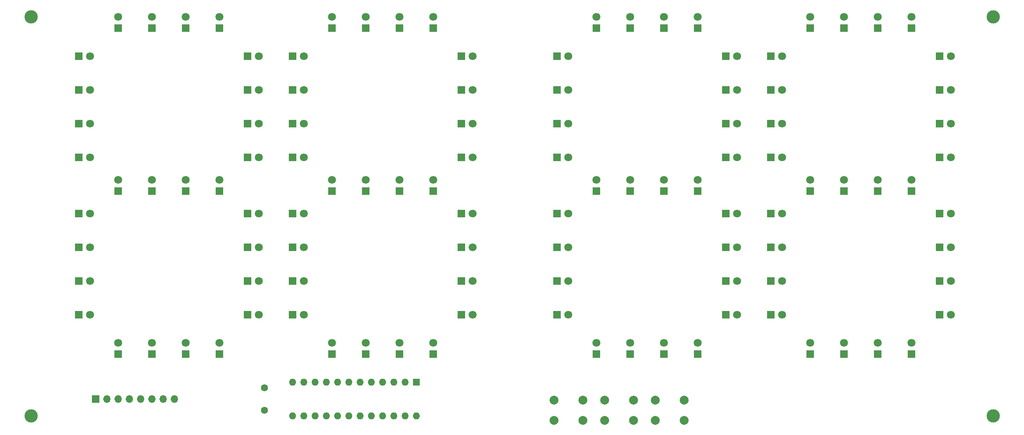
<source format=gbr>
%TF.GenerationSoftware,KiCad,Pcbnew,(6.0.9-0)*%
%TF.CreationDate,2022-11-15T20:56:47-05:00*%
%TF.ProjectId,clock,636c6f63-6b2e-46b6-9963-61645f706362,rev?*%
%TF.SameCoordinates,Original*%
%TF.FileFunction,Soldermask,Top*%
%TF.FilePolarity,Negative*%
%FSLAX46Y46*%
G04 Gerber Fmt 4.6, Leading zero omitted, Abs format (unit mm)*
G04 Created by KiCad (PCBNEW (6.0.9-0)) date 2022-11-15 20:56:47*
%MOMM*%
%LPD*%
G01*
G04 APERTURE LIST*
%ADD10R,1.800000X1.800000*%
%ADD11C,1.800000*%
%ADD12C,3.000000*%
%ADD13C,1.600000*%
%ADD14C,2.000000*%
%ADD15R,1.600000X1.600000*%
%ADD16O,1.600000X1.600000*%
%ADD17R,1.700000X1.700000*%
%ADD18O,1.700000X1.700000*%
G04 APERTURE END LIST*
D10*
%TO.C,D104*%
X80640000Y-29210000D03*
D11*
X83180000Y-29210000D03*
%TD*%
D10*
%TO.C,D72*%
X118740000Y-52070000D03*
D11*
X121280000Y-52070000D03*
%TD*%
D10*
%TO.C,D1*%
X149220000Y-22860000D03*
D11*
X149220000Y-20320000D03*
%TD*%
D12*
%TO.C,REF\u002A\u002A*%
X238760000Y-20320000D03*
%TD*%
D13*
%TO.C,R1*%
X74290000Y-104140000D03*
X74290000Y-109220000D03*
%TD*%
D10*
%TO.C,D91*%
X188590000Y-72390000D03*
D11*
X191130000Y-72390000D03*
%TD*%
D10*
%TO.C,D43*%
X140330000Y-36830000D03*
D11*
X142870000Y-36830000D03*
%TD*%
D10*
%TO.C,D36*%
X140330000Y-64770000D03*
D11*
X142870000Y-64770000D03*
%TD*%
D10*
%TO.C,D5*%
X178430000Y-29210000D03*
D11*
X180970000Y-29210000D03*
%TD*%
D10*
%TO.C,D48*%
X32380000Y-29210000D03*
D11*
X34920000Y-29210000D03*
%TD*%
D10*
%TO.C,D22*%
X70480000Y-72390000D03*
D11*
X73020000Y-72390000D03*
%TD*%
D10*
%TO.C,D27*%
X156840000Y-96520000D03*
D11*
X156840000Y-93980000D03*
%TD*%
D12*
%TO.C,REF\u002A\u002A*%
X21590000Y-20320000D03*
%TD*%
D10*
%TO.C,D53*%
X41270000Y-59690000D03*
D11*
X41270000Y-57150000D03*
%TD*%
D10*
%TO.C,D81*%
X220340000Y-96520000D03*
D11*
X220340000Y-93980000D03*
%TD*%
D10*
%TO.C,D52*%
X172080000Y-59690000D03*
D11*
X172080000Y-57150000D03*
%TD*%
D10*
%TO.C,D10*%
X48890000Y-22860000D03*
D11*
X48890000Y-20320000D03*
%TD*%
D10*
%TO.C,D21*%
X70480000Y-64770000D03*
D11*
X73020000Y-64770000D03*
%TD*%
D10*
%TO.C,D63*%
X104770000Y-22860000D03*
D11*
X104770000Y-20320000D03*
%TD*%
D10*
%TO.C,D59*%
X212720000Y-22860000D03*
D11*
X212720000Y-20320000D03*
%TD*%
D10*
%TO.C,D103*%
X80640000Y-36830000D03*
D11*
X83180000Y-36830000D03*
%TD*%
D10*
%TO.C,D51*%
X164460000Y-59690000D03*
D11*
X164460000Y-57150000D03*
%TD*%
D10*
%TO.C,D61*%
X89530000Y-22860000D03*
D11*
X89530000Y-20320000D03*
%TD*%
D10*
%TO.C,D45*%
X32380000Y-52070000D03*
D11*
X34920000Y-52070000D03*
%TD*%
D10*
%TO.C,D29*%
X64130000Y-96520000D03*
D11*
X64130000Y-93980000D03*
%TD*%
D10*
%TO.C,D90*%
X188590000Y-80010000D03*
D11*
X191130000Y-80010000D03*
%TD*%
D10*
%TO.C,D96*%
X80640000Y-64770000D03*
D11*
X83180000Y-64770000D03*
%TD*%
D10*
%TO.C,D40*%
X32380000Y-64770000D03*
D11*
X34920000Y-64770000D03*
%TD*%
D10*
%TO.C,D83*%
X205100000Y-96520000D03*
D11*
X205100000Y-93980000D03*
%TD*%
D10*
%TO.C,D19*%
X178430000Y-80010000D03*
D11*
X180970000Y-80010000D03*
%TD*%
D10*
%TO.C,D74*%
X226690000Y-72390000D03*
D11*
X229230000Y-72390000D03*
%TD*%
D10*
%TO.C,D26*%
X164460000Y-96520000D03*
D11*
X164460000Y-93980000D03*
%TD*%
D10*
%TO.C,D67*%
X226690000Y-44450000D03*
D11*
X229230000Y-44450000D03*
%TD*%
D10*
%TO.C,D70*%
X118740000Y-36830000D03*
D11*
X121280000Y-36830000D03*
%TD*%
D10*
%TO.C,D39*%
X32380000Y-72390000D03*
D11*
X34920000Y-72390000D03*
%TD*%
D10*
%TO.C,D56*%
X64130000Y-59690000D03*
D11*
X64130000Y-57150000D03*
%TD*%
D10*
%TO.C,D68*%
X226690000Y-52070000D03*
D11*
X229230000Y-52070000D03*
%TD*%
D10*
%TO.C,D64*%
X112390000Y-22860000D03*
D11*
X112390000Y-20320000D03*
%TD*%
D10*
%TO.C,D109*%
X89530000Y-59690000D03*
D11*
X89530000Y-57150000D03*
%TD*%
D10*
%TO.C,D69*%
X118740000Y-29210000D03*
D11*
X121280000Y-29210000D03*
%TD*%
D10*
%TO.C,D73*%
X226690000Y-64770000D03*
D11*
X229230000Y-64770000D03*
%TD*%
D10*
%TO.C,D89*%
X188590000Y-87630000D03*
D11*
X191130000Y-87630000D03*
%TD*%
D10*
%TO.C,D9*%
X41270000Y-22860000D03*
D11*
X41270000Y-20320000D03*
%TD*%
D14*
%TO.C,SW2*%
X151050000Y-111470000D03*
X157550000Y-111470000D03*
X151050000Y-106970000D03*
X157550000Y-106970000D03*
%TD*%
D10*
%TO.C,D4*%
X172080000Y-22860000D03*
D11*
X172080000Y-20320000D03*
%TD*%
D10*
%TO.C,D88*%
X89530000Y-96520000D03*
D11*
X89530000Y-93980000D03*
%TD*%
D10*
%TO.C,D28*%
X149220000Y-96520000D03*
D11*
X149220000Y-93980000D03*
%TD*%
D10*
%TO.C,D57*%
X197480000Y-22860000D03*
D11*
X197480000Y-20320000D03*
%TD*%
D12*
%TO.C,REF\u002A\u002A*%
X238760000Y-110490000D03*
%TD*%
D10*
%TO.C,D65*%
X226690000Y-29210000D03*
D11*
X229230000Y-29210000D03*
%TD*%
D10*
%TO.C,D24*%
X70480000Y-87630000D03*
D11*
X73020000Y-87630000D03*
%TD*%
D10*
%TO.C,D20*%
X178430000Y-87630000D03*
D11*
X180970000Y-87630000D03*
%TD*%
D10*
%TO.C,D37*%
X32380000Y-87630000D03*
D11*
X34920000Y-87630000D03*
%TD*%
D10*
%TO.C,D54*%
X48890000Y-59690000D03*
D11*
X48890000Y-57150000D03*
%TD*%
D10*
%TO.C,D80*%
X118740000Y-87630000D03*
D11*
X121280000Y-87630000D03*
%TD*%
D10*
%TO.C,D47*%
X32380000Y-36830000D03*
D11*
X34920000Y-36830000D03*
%TD*%
D10*
%TO.C,D34*%
X140330000Y-80010000D03*
D11*
X142870000Y-80010000D03*
%TD*%
D10*
%TO.C,D102*%
X80640000Y-44450000D03*
D11*
X83180000Y-44450000D03*
%TD*%
D10*
%TO.C,D35*%
X140330000Y-72390000D03*
D11*
X142870000Y-72390000D03*
%TD*%
D10*
%TO.C,D112*%
X112390000Y-59690000D03*
D11*
X112390000Y-57150000D03*
%TD*%
D10*
%TO.C,D71*%
X118740000Y-44450000D03*
D11*
X121280000Y-44450000D03*
%TD*%
D10*
%TO.C,D49*%
X149220000Y-59690000D03*
D11*
X149220000Y-57150000D03*
%TD*%
D10*
%TO.C,D17*%
X178430000Y-64770000D03*
D11*
X180970000Y-64770000D03*
%TD*%
D10*
%TO.C,D106*%
X205100000Y-59690000D03*
D11*
X205100000Y-57150000D03*
%TD*%
D10*
%TO.C,D32*%
X41270000Y-96520000D03*
D11*
X41270000Y-93980000D03*
%TD*%
D10*
%TO.C,D100*%
X188590000Y-29210000D03*
D11*
X191130000Y-29210000D03*
%TD*%
D10*
%TO.C,D55*%
X56510000Y-59690000D03*
D11*
X56510000Y-57150000D03*
%TD*%
D10*
%TO.C,D44*%
X140330000Y-29210000D03*
D11*
X142870000Y-29210000D03*
%TD*%
D10*
%TO.C,D15*%
X70480000Y-44450000D03*
D11*
X73020000Y-44450000D03*
%TD*%
D10*
%TO.C,D99*%
X188590000Y-36830000D03*
D11*
X191130000Y-36830000D03*
%TD*%
D10*
%TO.C,D108*%
X220340000Y-59690000D03*
D11*
X220340000Y-57150000D03*
%TD*%
D10*
%TO.C,D66*%
X226690000Y-36830000D03*
D11*
X229230000Y-36830000D03*
%TD*%
D10*
%TO.C,D58*%
X205100000Y-22860000D03*
D11*
X205100000Y-20320000D03*
%TD*%
D10*
%TO.C,D110*%
X97150000Y-59690000D03*
D11*
X97150000Y-57150000D03*
%TD*%
D10*
%TO.C,D23*%
X70480000Y-80010000D03*
D11*
X73020000Y-80010000D03*
%TD*%
D15*
%TO.C,U2*%
X108585000Y-102880000D03*
D16*
X106045000Y-102880000D03*
X103505000Y-102880000D03*
X100965000Y-102880000D03*
X98425000Y-102880000D03*
X95885000Y-102880000D03*
X93345000Y-102880000D03*
X90805000Y-102880000D03*
X88265000Y-102880000D03*
X85725000Y-102880000D03*
X83185000Y-102880000D03*
X80645000Y-102880000D03*
X80645000Y-110500000D03*
X83185000Y-110500000D03*
X85725000Y-110500000D03*
X88265000Y-110500000D03*
X90805000Y-110500000D03*
X93345000Y-110500000D03*
X95885000Y-110500000D03*
X98425000Y-110500000D03*
X100965000Y-110500000D03*
X103505000Y-110500000D03*
X106045000Y-110500000D03*
X108585000Y-110500000D03*
%TD*%
D10*
%TO.C,D33*%
X140330000Y-87630000D03*
D11*
X142870000Y-87630000D03*
%TD*%
D10*
%TO.C,D92*%
X188590000Y-64770000D03*
D11*
X191130000Y-64770000D03*
%TD*%
D10*
%TO.C,D7*%
X178430000Y-44450000D03*
D11*
X180970000Y-44450000D03*
%TD*%
D10*
%TO.C,D82*%
X212720000Y-96520000D03*
D11*
X212720000Y-93980000D03*
%TD*%
D10*
%TO.C,D79*%
X118740000Y-80010000D03*
D11*
X121280000Y-80010000D03*
%TD*%
D10*
%TO.C,D30*%
X56510000Y-96520000D03*
D11*
X56510000Y-93980000D03*
%TD*%
D10*
%TO.C,D95*%
X80640000Y-72390000D03*
D11*
X83180000Y-72390000D03*
%TD*%
D10*
%TO.C,D16*%
X70480000Y-52070000D03*
D11*
X73020000Y-52070000D03*
%TD*%
D10*
%TO.C,D13*%
X70480000Y-29210000D03*
D11*
X73020000Y-29210000D03*
%TD*%
D10*
%TO.C,D60*%
X220340000Y-22860000D03*
D11*
X220340000Y-20320000D03*
%TD*%
D10*
%TO.C,D2*%
X156840000Y-22860000D03*
D11*
X156840000Y-20320000D03*
%TD*%
D10*
%TO.C,D11*%
X56510000Y-22860000D03*
D11*
X56510000Y-20320000D03*
%TD*%
D10*
%TO.C,D101*%
X80640000Y-52070000D03*
D11*
X83180000Y-52070000D03*
%TD*%
D14*
%TO.C,SW3*%
X162480000Y-111470000D03*
X168980000Y-111470000D03*
X162480000Y-106970000D03*
X168980000Y-106970000D03*
%TD*%
D12*
%TO.C,REF\u002A\u002A*%
X21590000Y-110490000D03*
%TD*%
D10*
%TO.C,D50*%
X156840000Y-59690000D03*
D11*
X156840000Y-57150000D03*
%TD*%
D10*
%TO.C,D86*%
X104770000Y-96520000D03*
D11*
X104770000Y-93980000D03*
%TD*%
D10*
%TO.C,D3*%
X164460000Y-22860000D03*
D11*
X164460000Y-20320000D03*
%TD*%
D10*
%TO.C,D76*%
X226690000Y-87630000D03*
D11*
X229230000Y-87630000D03*
%TD*%
D10*
%TO.C,D14*%
X70480000Y-36830000D03*
D11*
X73020000Y-36830000D03*
%TD*%
D10*
%TO.C,D78*%
X118740000Y-72390000D03*
D11*
X121280000Y-72390000D03*
%TD*%
D10*
%TO.C,D42*%
X140330000Y-44450000D03*
D11*
X142870000Y-44450000D03*
%TD*%
D17*
%TO.C,J1*%
X36205000Y-106655000D03*
D18*
X38745000Y-106655000D03*
X41285000Y-106655000D03*
X43825000Y-106655000D03*
X46365000Y-106655000D03*
X48905000Y-106655000D03*
X51445000Y-106655000D03*
X53985000Y-106655000D03*
%TD*%
D10*
%TO.C,D97*%
X188590000Y-52070000D03*
D11*
X191130000Y-52070000D03*
%TD*%
D10*
%TO.C,D98*%
X188590000Y-44450000D03*
D11*
X191130000Y-44450000D03*
%TD*%
D10*
%TO.C,D94*%
X80640000Y-80010000D03*
D11*
X83180000Y-80010000D03*
%TD*%
D10*
%TO.C,D38*%
X32380000Y-80010000D03*
D11*
X34920000Y-80010000D03*
%TD*%
D10*
%TO.C,D85*%
X112390000Y-96520000D03*
D11*
X112390000Y-93980000D03*
%TD*%
D10*
%TO.C,D77*%
X118740000Y-64770000D03*
D11*
X121280000Y-64770000D03*
%TD*%
D10*
%TO.C,D8*%
X178430000Y-52070000D03*
D11*
X180970000Y-52070000D03*
%TD*%
D10*
%TO.C,D93*%
X80640000Y-87630000D03*
D11*
X83180000Y-87630000D03*
%TD*%
D10*
%TO.C,D41*%
X140330000Y-52070000D03*
D11*
X142870000Y-52070000D03*
%TD*%
D10*
%TO.C,D12*%
X64130000Y-22860000D03*
D11*
X64130000Y-20320000D03*
%TD*%
D10*
%TO.C,D25*%
X172080000Y-96520000D03*
D11*
X172080000Y-93980000D03*
%TD*%
D10*
%TO.C,D105*%
X197480000Y-59690000D03*
D11*
X197480000Y-57150000D03*
%TD*%
D10*
%TO.C,D31*%
X48890000Y-96520000D03*
D11*
X48890000Y-93980000D03*
%TD*%
D10*
%TO.C,D18*%
X178430000Y-72390000D03*
D11*
X180970000Y-72390000D03*
%TD*%
D10*
%TO.C,D107*%
X212720000Y-59690000D03*
D11*
X212720000Y-57150000D03*
%TD*%
D10*
%TO.C,D75*%
X226690000Y-80010000D03*
D11*
X229230000Y-80010000D03*
%TD*%
D10*
%TO.C,D87*%
X97150000Y-96520000D03*
D11*
X97150000Y-93980000D03*
%TD*%
D10*
%TO.C,D84*%
X197480000Y-96520000D03*
D11*
X197480000Y-93980000D03*
%TD*%
D14*
%TO.C,SW1*%
X146120000Y-111470000D03*
X139620000Y-111470000D03*
X139620000Y-106970000D03*
X146120000Y-106970000D03*
%TD*%
D10*
%TO.C,D46*%
X32380000Y-44450000D03*
D11*
X34920000Y-44450000D03*
%TD*%
D10*
%TO.C,D111*%
X104770000Y-59690000D03*
D11*
X104770000Y-57150000D03*
%TD*%
D10*
%TO.C,D6*%
X178430000Y-36830000D03*
D11*
X180970000Y-36830000D03*
%TD*%
D10*
%TO.C,D62*%
X97150000Y-22860000D03*
D11*
X97150000Y-20320000D03*
%TD*%
M02*

</source>
